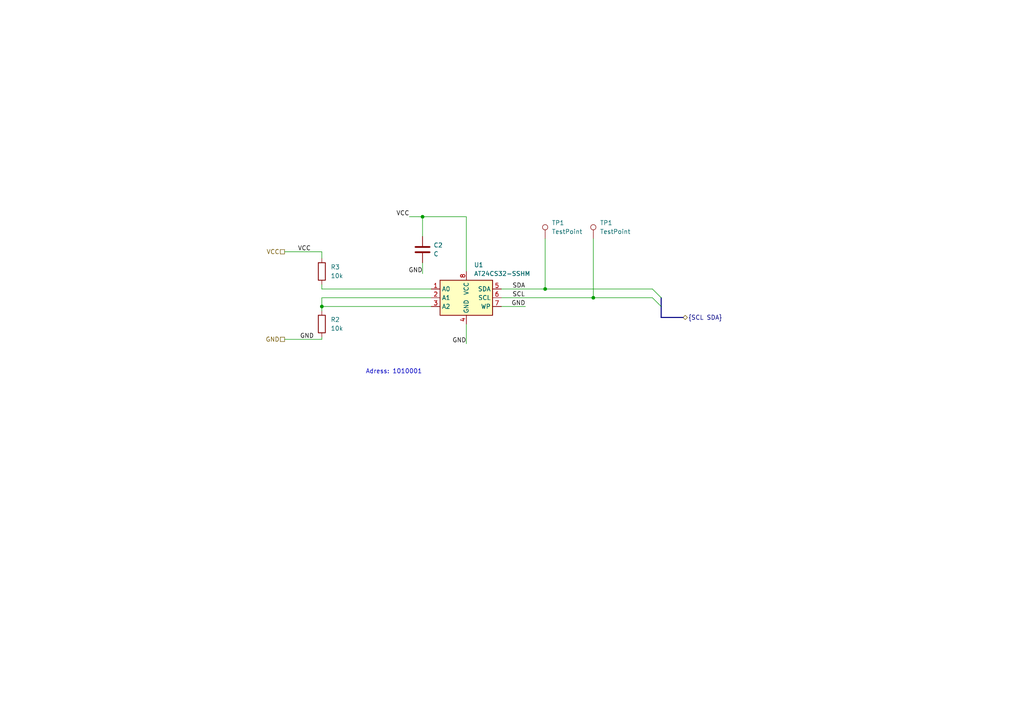
<source format=kicad_sch>
(kicad_sch (version 20230121) (generator eeschema)

  (uuid 276e9270-1ac9-4e3f-b1d9-0cbd51ddd27f)

  (paper "A4")

  (title_block
    (date "2024-04-04")
    (rev "0.1")
    (company "Németh Péter Bence")
    (comment 1 "Kandó Kálmán Villamosmérnöki Kar")
    (comment 2 "Óbudai Egyetem")
  )

  (lib_symbols
    (symbol "Connector:TestPoint" (pin_numbers hide) (pin_names (offset 0.762) hide) (in_bom yes) (on_board yes)
      (property "Reference" "TP" (at 0 6.858 0)
        (effects (font (size 1.27 1.27)))
      )
      (property "Value" "TestPoint" (at 0 5.08 0)
        (effects (font (size 1.27 1.27)))
      )
      (property "Footprint" "" (at 5.08 0 0)
        (effects (font (size 1.27 1.27)) hide)
      )
      (property "Datasheet" "~" (at 5.08 0 0)
        (effects (font (size 1.27 1.27)) hide)
      )
      (property "ki_keywords" "test point tp" (at 0 0 0)
        (effects (font (size 1.27 1.27)) hide)
      )
      (property "ki_description" "test point" (at 0 0 0)
        (effects (font (size 1.27 1.27)) hide)
      )
      (property "ki_fp_filters" "Pin* Test*" (at 0 0 0)
        (effects (font (size 1.27 1.27)) hide)
      )
      (symbol "TestPoint_0_1"
        (circle (center 0 3.302) (radius 0.762)
          (stroke (width 0) (type default))
          (fill (type none))
        )
      )
      (symbol "TestPoint_1_1"
        (pin passive line (at 0 0 90) (length 2.54)
          (name "1" (effects (font (size 1.27 1.27))))
          (number "1" (effects (font (size 1.27 1.27))))
        )
      )
    )
    (symbol "Device:C" (pin_numbers hide) (pin_names (offset 0.254)) (in_bom yes) (on_board yes)
      (property "Reference" "C" (at 0.635 2.54 0)
        (effects (font (size 1.27 1.27)) (justify left))
      )
      (property "Value" "C" (at 0.635 -2.54 0)
        (effects (font (size 1.27 1.27)) (justify left))
      )
      (property "Footprint" "" (at 0.9652 -3.81 0)
        (effects (font (size 1.27 1.27)) hide)
      )
      (property "Datasheet" "~" (at 0 0 0)
        (effects (font (size 1.27 1.27)) hide)
      )
      (property "ki_keywords" "cap capacitor" (at 0 0 0)
        (effects (font (size 1.27 1.27)) hide)
      )
      (property "ki_description" "Unpolarized capacitor" (at 0 0 0)
        (effects (font (size 1.27 1.27)) hide)
      )
      (property "ki_fp_filters" "C_*" (at 0 0 0)
        (effects (font (size 1.27 1.27)) hide)
      )
      (symbol "C_0_1"
        (polyline
          (pts
            (xy -2.032 -0.762)
            (xy 2.032 -0.762)
          )
          (stroke (width 0.508) (type default))
          (fill (type none))
        )
        (polyline
          (pts
            (xy -2.032 0.762)
            (xy 2.032 0.762)
          )
          (stroke (width 0.508) (type default))
          (fill (type none))
        )
      )
      (symbol "C_1_1"
        (pin passive line (at 0 3.81 270) (length 2.794)
          (name "~" (effects (font (size 1.27 1.27))))
          (number "1" (effects (font (size 1.27 1.27))))
        )
        (pin passive line (at 0 -3.81 90) (length 2.794)
          (name "~" (effects (font (size 1.27 1.27))))
          (number "2" (effects (font (size 1.27 1.27))))
        )
      )
    )
    (symbol "Device:R" (pin_numbers hide) (pin_names (offset 0)) (in_bom yes) (on_board yes)
      (property "Reference" "R" (at 2.032 0 90)
        (effects (font (size 1.27 1.27)))
      )
      (property "Value" "R" (at 0 0 90)
        (effects (font (size 1.27 1.27)))
      )
      (property "Footprint" "" (at -1.778 0 90)
        (effects (font (size 1.27 1.27)) hide)
      )
      (property "Datasheet" "~" (at 0 0 0)
        (effects (font (size 1.27 1.27)) hide)
      )
      (property "ki_keywords" "R res resistor" (at 0 0 0)
        (effects (font (size 1.27 1.27)) hide)
      )
      (property "ki_description" "Resistor" (at 0 0 0)
        (effects (font (size 1.27 1.27)) hide)
      )
      (property "ki_fp_filters" "R_*" (at 0 0 0)
        (effects (font (size 1.27 1.27)) hide)
      )
      (symbol "R_0_1"
        (rectangle (start -1.016 -2.54) (end 1.016 2.54)
          (stroke (width 0.254) (type default))
          (fill (type none))
        )
      )
      (symbol "R_1_1"
        (pin passive line (at 0 3.81 270) (length 1.27)
          (name "~" (effects (font (size 1.27 1.27))))
          (number "1" (effects (font (size 1.27 1.27))))
        )
        (pin passive line (at 0 -3.81 90) (length 1.27)
          (name "~" (effects (font (size 1.27 1.27))))
          (number "2" (effects (font (size 1.27 1.27))))
        )
      )
    )
    (symbol "Memory_EEPROM:AT24CS32-SSHM" (in_bom yes) (on_board yes)
      (property "Reference" "U" (at -7.62 6.35 0)
        (effects (font (size 1.27 1.27)))
      )
      (property "Value" "AT24CS32-SSHM" (at 2.54 -6.35 0)
        (effects (font (size 1.27 1.27)) (justify left))
      )
      (property "Footprint" "Package_SO:SOIC-8_3.9x4.9mm_P1.27mm" (at 0 0 0)
        (effects (font (size 1.27 1.27)) hide)
      )
      (property "Datasheet" "http://ww1.microchip.com/downloads/en/DeviceDoc/Atmel-8869-SEEPROM-AT24CS32-Datasheet.pdf" (at 0 0 0)
        (effects (font (size 1.27 1.27)) hide)
      )
      (property "ki_keywords" "I2C Serial EEPROM Nonvolatile Memory" (at 0 0 0)
        (effects (font (size 1.27 1.27)) hide)
      )
      (property "ki_description" "I2C Serial EEPROM, 32Kb (4096x8) with Unique Serial Number, SO8" (at 0 0 0)
        (effects (font (size 1.27 1.27)) hide)
      )
      (property "ki_fp_filters" "SOIC*3.9x4.9mm*P1.27mm*" (at 0 0 0)
        (effects (font (size 1.27 1.27)) hide)
      )
      (symbol "AT24CS32-SSHM_1_1"
        (rectangle (start -7.62 5.08) (end 7.62 -5.08)
          (stroke (width 0.254) (type default))
          (fill (type background))
        )
        (pin input line (at -10.16 2.54 0) (length 2.54)
          (name "A0" (effects (font (size 1.27 1.27))))
          (number "1" (effects (font (size 1.27 1.27))))
        )
        (pin input line (at -10.16 0 0) (length 2.54)
          (name "A1" (effects (font (size 1.27 1.27))))
          (number "2" (effects (font (size 1.27 1.27))))
        )
        (pin input line (at -10.16 -2.54 0) (length 2.54)
          (name "A2" (effects (font (size 1.27 1.27))))
          (number "3" (effects (font (size 1.27 1.27))))
        )
        (pin power_in line (at 0 -7.62 90) (length 2.54)
          (name "GND" (effects (font (size 1.27 1.27))))
          (number "4" (effects (font (size 1.27 1.27))))
        )
        (pin bidirectional line (at 10.16 2.54 180) (length 2.54)
          (name "SDA" (effects (font (size 1.27 1.27))))
          (number "5" (effects (font (size 1.27 1.27))))
        )
        (pin input line (at 10.16 0 180) (length 2.54)
          (name "SCL" (effects (font (size 1.27 1.27))))
          (number "6" (effects (font (size 1.27 1.27))))
        )
        (pin input line (at 10.16 -2.54 180) (length 2.54)
          (name "WP" (effects (font (size 1.27 1.27))))
          (number "7" (effects (font (size 1.27 1.27))))
        )
        (pin power_in line (at 0 7.62 270) (length 2.54)
          (name "VCC" (effects (font (size 1.27 1.27))))
          (number "8" (effects (font (size 1.27 1.27))))
        )
      )
    )
  )

  (junction (at 172.085 86.36) (diameter 0) (color 0 0 0 0)
    (uuid 0c27e5f5-1f75-49fb-a84b-b3d6711cd268)
  )
  (junction (at 158.115 83.82) (diameter 0) (color 0 0 0 0)
    (uuid 91a3a17c-ac8c-4400-8667-739059cb4c84)
  )
  (junction (at 122.555 62.865) (diameter 0) (color 0 0 0 0)
    (uuid 949289e9-57d7-4495-8905-e38569eeeaed)
  )
  (junction (at 93.345 88.9) (diameter 0) (color 0 0 0 0)
    (uuid ea68ee91-8ce9-44b2-9d03-cffee5e6e765)
  )

  (bus_entry (at 189.23 86.36) (size 2.54 2.54)
    (stroke (width 0) (type default))
    (uuid c5b18c4d-0c4a-476b-96f6-146a9145a860)
  )
  (bus_entry (at 189.23 83.82) (size 2.54 2.54)
    (stroke (width 0) (type default))
    (uuid d247bad1-f4b9-4e1a-8c8a-607e2fcd165b)
  )

  (wire (pts (xy 93.345 88.9) (xy 125.095 88.9))
    (stroke (width 0) (type default))
    (uuid 004d2c93-0c98-4a9a-a76c-52962b8c9b9f)
  )
  (bus (pts (xy 191.77 88.9) (xy 191.77 92.075))
    (stroke (width 0) (type default))
    (uuid 28c10a5c-c226-4466-9089-0f72e94fc353)
  )

  (wire (pts (xy 93.345 90.17) (xy 93.345 88.9))
    (stroke (width 0) (type default))
    (uuid 2e01b4cf-7ce9-41db-a823-41293041d793)
  )
  (wire (pts (xy 93.345 86.36) (xy 93.345 88.9))
    (stroke (width 0) (type default))
    (uuid 2f3dec80-6aa1-4dab-971a-8df067da0630)
  )
  (wire (pts (xy 189.23 83.82) (xy 158.115 83.82))
    (stroke (width 0) (type default))
    (uuid 3e3bd405-273e-4c79-8f81-ae6ca0db4708)
  )
  (wire (pts (xy 189.23 86.36) (xy 172.085 86.36))
    (stroke (width 0) (type default))
    (uuid 3e923c94-41f8-4650-a060-c108fab6f823)
  )
  (bus (pts (xy 191.77 88.9) (xy 191.77 86.36))
    (stroke (width 0) (type default))
    (uuid 42c1ebc7-5602-4862-b6cb-bf36bbd9cd8a)
  )

  (wire (pts (xy 93.345 82.55) (xy 93.345 83.82))
    (stroke (width 0) (type default))
    (uuid 4a56b5d6-f0bd-49f4-8b5c-875a6b717217)
  )
  (wire (pts (xy 145.415 83.82) (xy 158.115 83.82))
    (stroke (width 0) (type default))
    (uuid 6a73c791-2fb5-4e85-b3a8-d0f3b04308d1)
  )
  (wire (pts (xy 122.555 79.375) (xy 122.555 76.2))
    (stroke (width 0) (type default))
    (uuid 6b397a63-9db3-4fda-856a-a6f096834341)
  )
  (wire (pts (xy 93.345 98.425) (xy 93.345 97.79))
    (stroke (width 0) (type default))
    (uuid 7435d54d-9d7d-489d-a718-319b0089e1c1)
  )
  (wire (pts (xy 82.55 73.025) (xy 93.345 73.025))
    (stroke (width 0) (type default))
    (uuid 74d3442c-d437-4b4e-ba05-bb0cf7981bec)
  )
  (wire (pts (xy 93.345 83.82) (xy 125.095 83.82))
    (stroke (width 0) (type default))
    (uuid 768cfe3d-2176-4081-9886-77ea7a84c787)
  )
  (wire (pts (xy 145.415 88.9) (xy 152.4 88.9))
    (stroke (width 0) (type default))
    (uuid 78cd7200-2a16-4cdf-a6a5-03f39d2b6829)
  )
  (wire (pts (xy 122.555 62.865) (xy 135.255 62.865))
    (stroke (width 0) (type default))
    (uuid 7b78e753-0e23-475b-a8f4-0066a6ef8425)
  )
  (wire (pts (xy 172.085 69.215) (xy 172.085 86.36))
    (stroke (width 0) (type default))
    (uuid 85980048-8563-492b-9053-4202c3f2e50d)
  )
  (wire (pts (xy 93.345 74.93) (xy 93.345 73.025))
    (stroke (width 0) (type default))
    (uuid 8abcbac9-c195-4588-a920-b082377cb771)
  )
  (wire (pts (xy 135.255 93.98) (xy 135.255 99.695))
    (stroke (width 0) (type default))
    (uuid 95c35559-3006-4420-b84d-8a45d545a5d0)
  )
  (wire (pts (xy 125.095 86.36) (xy 93.345 86.36))
    (stroke (width 0) (type default))
    (uuid a94d2ecc-1c66-4fec-b43b-d2cc188b2ab5)
  )
  (wire (pts (xy 145.415 86.36) (xy 172.085 86.36))
    (stroke (width 0) (type default))
    (uuid b502d564-8fbd-46cf-af7c-845f2a9c7c58)
  )
  (wire (pts (xy 122.555 62.865) (xy 122.555 68.58))
    (stroke (width 0) (type default))
    (uuid d12aefcf-bb4a-4163-8d4e-f543b07db9ba)
  )
  (wire (pts (xy 158.115 69.215) (xy 158.115 83.82))
    (stroke (width 0) (type default))
    (uuid d1596714-90f4-46f6-b216-8d5712e610c6)
  )
  (wire (pts (xy 118.745 62.865) (xy 122.555 62.865))
    (stroke (width 0) (type default))
    (uuid e23eec1a-6371-4e5f-9a0d-c475657b4775)
  )
  (wire (pts (xy 82.55 98.425) (xy 93.345 98.425))
    (stroke (width 0) (type default))
    (uuid e29da26e-2791-4c02-b69b-6e6699b0fed8)
  )
  (bus (pts (xy 198.12 92.075) (xy 191.77 92.075))
    (stroke (width 0) (type default))
    (uuid eb86d824-1c93-47ba-b135-7286e8b5ed26)
  )

  (wire (pts (xy 135.255 62.865) (xy 135.255 78.74))
    (stroke (width 0) (type default))
    (uuid f4dd9bbe-ced6-4f99-af3f-141ea7956ba6)
  )

  (text "Adress: 1010001" (at 106.045 108.585 0)
    (effects (font (size 1.27 1.27)) (justify left bottom))
    (uuid e7300116-75e7-48cb-9b61-3d08cedd7f47)
  )

  (label "VCC" (at 86.36 73.025 0) (fields_autoplaced)
    (effects (font (size 1.27 1.27)) (justify left bottom))
    (uuid 21dd4425-829f-45f8-9786-60e1d8087ba9)
  )
  (label "SCL" (at 148.59 86.36 0) (fields_autoplaced)
    (effects (font (size 1.27 1.27)) (justify left bottom))
    (uuid 28d52260-cb5a-40c1-a8f9-8e74cd1fd43a)
  )
  (label "GND" (at 86.995 98.425 0) (fields_autoplaced)
    (effects (font (size 1.27 1.27)) (justify left bottom))
    (uuid 59425513-67cd-4c93-afff-08058755c2b1)
  )
  (label "SDA" (at 148.59 83.82 0) (fields_autoplaced)
    (effects (font (size 1.27 1.27)) (justify left bottom))
    (uuid 7029fa34-1a77-4486-94ab-ec1e28658b3e)
  )
  (label "GND" (at 135.255 99.695 180) (fields_autoplaced)
    (effects (font (size 1.27 1.27)) (justify right bottom))
    (uuid a3497036-6f92-4f32-a22a-2386a747e486)
  )
  (label "GND" (at 122.555 79.375 180) (fields_autoplaced)
    (effects (font (size 1.27 1.27)) (justify right bottom))
    (uuid b3d8e3d5-eaa0-4442-a320-f7be8c37aab3)
  )
  (label "VCC" (at 118.745 62.865 180) (fields_autoplaced)
    (effects (font (size 1.27 1.27)) (justify right bottom))
    (uuid ecda69ef-d1e1-4a14-98e6-428f17be1168)
  )
  (label "GND" (at 152.4 88.9 180) (fields_autoplaced)
    (effects (font (size 1.27 1.27)) (justify right bottom))
    (uuid ed12d926-bd1e-40d2-ba30-ea593c3b19ba)
  )

  (hierarchical_label "VCC" (shape passive) (at 82.55 73.025 180) (fields_autoplaced)
    (effects (font (size 1.27 1.27)) (justify right))
    (uuid 52ef574f-c5b0-49cd-b674-6ae6427dc9cc)
  )
  (hierarchical_label "GND" (shape passive) (at 82.55 98.425 180) (fields_autoplaced)
    (effects (font (size 1.27 1.27)) (justify right))
    (uuid a61f1e9e-a75e-4733-b985-428cfff3a559)
  )
  (hierarchical_label "{SCL SDA}" (shape bidirectional) (at 198.12 92.075 0) (fields_autoplaced)
    (effects (font (size 1.27 1.27)) (justify left))
    (uuid f35f4553-6c11-46e1-a40c-7701d59cdbc6)
  )

  (symbol (lib_id "Device:R") (at 93.345 78.74 0) (unit 1)
    (in_bom yes) (on_board yes) (dnp no) (fields_autoplaced)
    (uuid 6263c522-4aa5-45da-92e4-ad849c99c395)
    (property "Reference" "R3" (at 95.885 77.47 0)
      (effects (font (size 1.27 1.27)) (justify left))
    )
    (property "Value" "10k" (at 95.885 80.01 0)
      (effects (font (size 1.27 1.27)) (justify left))
    )
    (property "Footprint" "Resistor_SMD:R_0603_1608Metric" (at 91.567 78.74 90)
      (effects (font (size 1.27 1.27)) hide)
    )
    (property "Datasheet" "~" (at 93.345 78.74 0)
      (effects (font (size 1.27 1.27)) hide)
    )
    (pin "1" (uuid 33c267bb-55b5-44a4-ad7a-1bb65f36d726))
    (pin "2" (uuid c3f88909-e811-470b-a557-cf094957fee5))
    (instances
      (project "NB_IoT_Wheather"
        (path "/b43fc418-fc2e-45fe-88c6-05be9d7ccc47/f75dfb55-7096-4e3e-98c9-e994e6639a36"
          (reference "R3") (unit 1)
        )
      )
    )
  )

  (symbol (lib_id "Device:C") (at 122.555 72.39 0) (unit 1)
    (in_bom yes) (on_board yes) (dnp no) (fields_autoplaced)
    (uuid 6e270088-7a1c-4fd7-9c84-82a95c537301)
    (property "Reference" "C2" (at 125.73 71.12 0)
      (effects (font (size 1.27 1.27)) (justify left))
    )
    (property "Value" "C" (at 125.73 73.66 0)
      (effects (font (size 1.27 1.27)) (justify left))
    )
    (property "Footprint" "" (at 123.5202 76.2 0)
      (effects (font (size 1.27 1.27)) hide)
    )
    (property "Datasheet" "~" (at 122.555 72.39 0)
      (effects (font (size 1.27 1.27)) hide)
    )
    (pin "1" (uuid 0af84837-843c-485b-9cb5-dbb00e8b26a3))
    (pin "2" (uuid aceeadb1-d201-41b7-a275-4ff6d1aef958))
    (instances
      (project "NB_IoT_Wheather"
        (path "/b43fc418-fc2e-45fe-88c6-05be9d7ccc47/f75dfb55-7096-4e3e-98c9-e994e6639a36"
          (reference "C2") (unit 1)
        )
      )
    )
  )

  (symbol (lib_id "Connector:TestPoint") (at 172.085 69.215 0) (unit 1)
    (in_bom yes) (on_board yes) (dnp no) (fields_autoplaced)
    (uuid b84fcdec-42b5-46a7-9a51-57a1173844a9)
    (property "Reference" "TP1" (at 173.99 64.643 0)
      (effects (font (size 1.27 1.27)) (justify left))
    )
    (property "Value" "TestPoint" (at 173.99 67.183 0)
      (effects (font (size 1.27 1.27)) (justify left))
    )
    (property "Footprint" "TestPoint:TestPoint_THTPad_D1.5mm_Drill0.7mm" (at 177.165 69.215 0)
      (effects (font (size 1.27 1.27)) hide)
    )
    (property "Datasheet" "~" (at 177.165 69.215 0)
      (effects (font (size 1.27 1.27)) hide)
    )
    (pin "1" (uuid 5c8f1c57-6045-40b0-b5a2-ced4480f4fb9))
    (instances
      (project "NB_IoT_Wheather"
        (path "/b43fc418-fc2e-45fe-88c6-05be9d7ccc47/9b8d88fd-ddbf-4142-80dc-e667e9884500"
          (reference "TP1") (unit 1)
        )
        (path "/b43fc418-fc2e-45fe-88c6-05be9d7ccc47/c5ec9886-3409-462f-ab3d-3d98bfb83105"
          (reference "TP6") (unit 1)
        )
        (path "/b43fc418-fc2e-45fe-88c6-05be9d7ccc47/f75dfb55-7096-4e3e-98c9-e994e6639a36"
          (reference "TP11") (unit 1)
        )
      )
    )
  )

  (symbol (lib_id "Memory_EEPROM:AT24CS32-SSHM") (at 135.255 86.36 0) (unit 1)
    (in_bom yes) (on_board yes) (dnp no) (fields_autoplaced)
    (uuid c021b8c0-106d-463c-ab4b-f48abe4b9d64)
    (property "Reference" "U1" (at 137.4491 76.835 0)
      (effects (font (size 1.27 1.27)) (justify left))
    )
    (property "Value" "AT24CS32-SSHM" (at 137.4491 79.375 0)
      (effects (font (size 1.27 1.27)) (justify left))
    )
    (property "Footprint" "Package_SO:SOIC-8_3.9x4.9mm_P1.27mm" (at 135.255 86.36 0)
      (effects (font (size 1.27 1.27)) hide)
    )
    (property "Datasheet" "http://ww1.microchip.com/downloads/en/DeviceDoc/Atmel-8869-SEEPROM-AT24CS32-Datasheet.pdf" (at 135.255 86.36 0)
      (effects (font (size 1.27 1.27)) hide)
    )
    (property "Mouser" "https://hu.mouser.com/ProductDetail/Microchip-Technology/AT24CS32-SSHM-T?qs=Vn0kGJULWwbI7A28DgEbew%3D%3D" (at 135.255 86.36 0)
      (effects (font (size 1.27 1.27)) hide)
    )
    (pin "4" (uuid 801a7a3d-9839-4895-af03-75df2e4e687d))
    (pin "6" (uuid 6a5b1255-a282-4237-a24d-3db52ad61469))
    (pin "5" (uuid 31f3a18d-e31f-4aa6-822b-caf0071c4c91))
    (pin "3" (uuid 3ccfb417-9644-4e8e-be51-b54c6d974104))
    (pin "2" (uuid 143a14b3-d75b-4abb-9d3c-044d1b88c9b0))
    (pin "1" (uuid 13ff2ade-79f4-4afb-971c-359aec71d825))
    (pin "7" (uuid 9b155cdd-dbce-45b5-aa9e-ba058b3451df))
    (pin "8" (uuid f171e35e-2838-469c-b9b3-75a8a4f60e7d))
    (instances
      (project "NB_IoT_Wheather"
        (path "/b43fc418-fc2e-45fe-88c6-05be9d7ccc47/f75dfb55-7096-4e3e-98c9-e994e6639a36"
          (reference "U1") (unit 1)
        )
      )
    )
  )

  (symbol (lib_id "Device:R") (at 93.345 93.98 0) (unit 1)
    (in_bom yes) (on_board yes) (dnp no) (fields_autoplaced)
    (uuid c130b492-ce5e-4b9a-8785-2608e4bdc396)
    (property "Reference" "R2" (at 95.885 92.71 0)
      (effects (font (size 1.27 1.27)) (justify left))
    )
    (property "Value" "10k" (at 95.885 95.25 0)
      (effects (font (size 1.27 1.27)) (justify left))
    )
    (property "Footprint" "Resistor_SMD:R_0603_1608Metric" (at 91.567 93.98 90)
      (effects (font (size 1.27 1.27)) hide)
    )
    (property "Datasheet" "~" (at 93.345 93.98 0)
      (effects (font (size 1.27 1.27)) hide)
    )
    (pin "1" (uuid 75aed3a2-d808-4e4e-834f-ffe267f0fd43))
    (pin "2" (uuid e722698a-2087-48bf-98f1-fea0198bb0d9))
    (instances
      (project "NB_IoT_Wheather"
        (path "/b43fc418-fc2e-45fe-88c6-05be9d7ccc47/f75dfb55-7096-4e3e-98c9-e994e6639a36"
          (reference "R2") (unit 1)
        )
      )
    )
  )

  (symbol (lib_id "Connector:TestPoint") (at 158.115 69.215 0) (unit 1)
    (in_bom yes) (on_board yes) (dnp no) (fields_autoplaced)
    (uuid c1a68d00-25b5-414f-be3b-5c92f8ed527f)
    (property "Reference" "TP1" (at 160.02 64.643 0)
      (effects (font (size 1.27 1.27)) (justify left))
    )
    (property "Value" "TestPoint" (at 160.02 67.183 0)
      (effects (font (size 1.27 1.27)) (justify left))
    )
    (property "Footprint" "TestPoint:TestPoint_THTPad_D1.5mm_Drill0.7mm" (at 163.195 69.215 0)
      (effects (font (size 1.27 1.27)) hide)
    )
    (property "Datasheet" "~" (at 163.195 69.215 0)
      (effects (font (size 1.27 1.27)) hide)
    )
    (pin "1" (uuid 02e44871-5276-40a5-a7b4-300bb23fd779))
    (instances
      (project "NB_IoT_Wheather"
        (path "/b43fc418-fc2e-45fe-88c6-05be9d7ccc47/9b8d88fd-ddbf-4142-80dc-e667e9884500"
          (reference "TP1") (unit 1)
        )
        (path "/b43fc418-fc2e-45fe-88c6-05be9d7ccc47/c5ec9886-3409-462f-ab3d-3d98bfb83105"
          (reference "TP5") (unit 1)
        )
        (path "/b43fc418-fc2e-45fe-88c6-05be9d7ccc47/f75dfb55-7096-4e3e-98c9-e994e6639a36"
          (reference "TP10") (unit 1)
        )
      )
    )
  )
)

</source>
